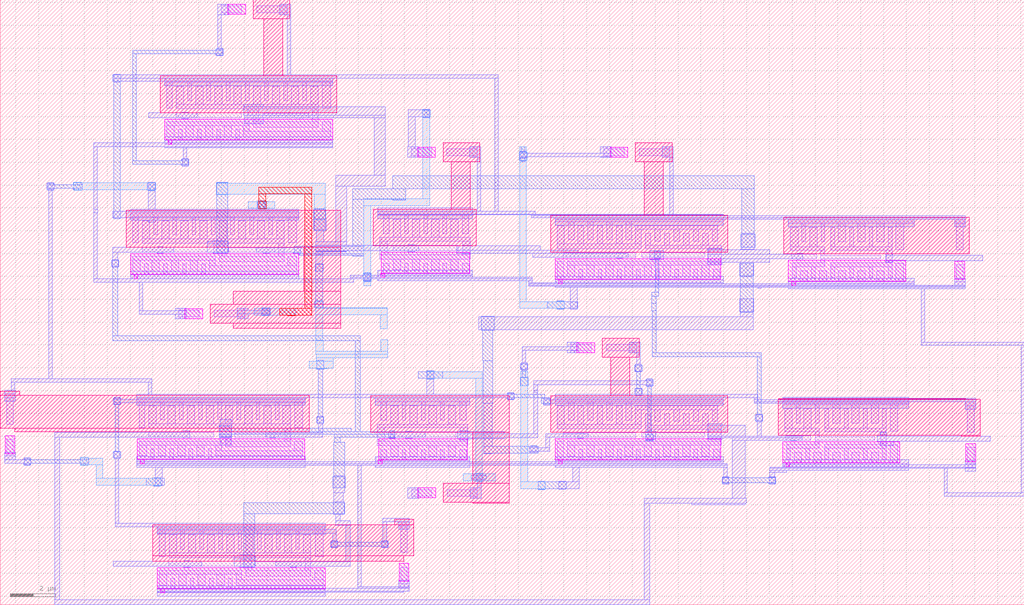
<source format=lef>
VERSION 5.7 ;
  NOWIREEXTENSIONATPIN ON ;
  DIVIDERCHAR "/" ;
  BUSBITCHARS "[]" ;
MACRO layout
  CLASS BLOCK ;
  FOREIGN layout ;
  ORIGIN 19.680 16.380 ;
  SIZE 44.850 BY 26.500 ;
  OBS
      LAYER pwell ;
        RECT -9.730 9.485 -8.945 9.915 ;
      LAYER nwell ;
        RECT -8.615 9.280 -7.010 10.120 ;
        RECT -8.150 6.780 -7.310 9.280 ;
        RECT -12.680 5.175 -4.940 6.780 ;
      LAYER pwell ;
        RECT -12.485 3.975 -5.135 4.885 ;
        RECT -12.340 3.785 -12.170 3.975 ;
        RECT -1.410 3.225 -0.625 3.655 ;
      LAYER nwell ;
        RECT -0.295 3.020 1.310 3.860 ;
      LAYER pwell ;
        RECT 7.020 3.225 7.805 3.655 ;
      LAYER nwell ;
        RECT 8.135 3.020 9.740 3.860 ;
        RECT 0.060 0.950 0.900 3.020 ;
        RECT -14.170 -0.715 -4.780 0.890 ;
        RECT -3.350 -0.655 1.170 0.950 ;
        RECT 8.520 0.670 9.360 3.020 ;
      LAYER pwell ;
        RECT -13.975 -1.915 -6.625 -1.005 ;
        RECT -13.830 -2.105 -13.660 -1.915 ;
      LAYER nwell ;
        RECT -6.385 -2.655 -4.780 -0.715 ;
        RECT 4.430 -0.935 12.170 0.670 ;
      LAYER pwell ;
        RECT -2.990 -1.855 0.880 -0.945 ;
      LAYER nwell ;
        RECT 14.640 -1.005 22.760 0.600 ;
      LAYER pwell ;
        RECT -2.990 -1.875 -2.845 -1.855 ;
        RECT -3.015 -2.045 -2.845 -1.875 ;
        RECT 4.625 -2.135 11.875 -1.225 ;
        RECT 4.765 -2.325 4.935 -2.135 ;
        RECT 14.835 -2.205 19.965 -1.295 ;
        RECT 22.125 -2.120 22.555 -1.335 ;
        RECT 14.980 -2.395 15.150 -2.205 ;
      LAYER nwell ;
        RECT -9.480 -3.210 -4.780 -2.655 ;
      LAYER pwell ;
        RECT -11.600 -3.845 -10.815 -3.415 ;
      LAYER nwell ;
        RECT -10.485 -4.050 -4.780 -3.210 ;
        RECT -9.480 -4.260 -4.780 -4.050 ;
      LAYER pwell ;
        RECT 5.570 -5.335 6.355 -4.905 ;
      LAYER nwell ;
        RECT 6.685 -5.540 8.290 -4.700 ;
        RECT -19.680 -7.210 -18.840 -7.040 ;
        RECT -19.680 -8.645 -6.150 -7.210 ;
        RECT 7.050 -7.220 7.890 -5.540 ;
        RECT -19.060 -8.815 -6.150 -8.645 ;
        RECT -3.460 -8.825 2.610 -7.220 ;
        RECT 4.430 -8.825 12.170 -7.220 ;
        RECT 14.390 -7.390 22.610 -7.350 ;
      LAYER pwell ;
        RECT -19.475 -9.760 -19.045 -8.975 ;
        RECT -13.695 -10.015 -6.345 -9.105 ;
        RECT -13.550 -10.205 -13.380 -10.015 ;
        RECT -3.100 -10.025 0.770 -9.115 ;
        RECT -3.100 -10.045 -2.955 -10.025 ;
        RECT -3.125 -10.215 -2.955 -10.045 ;
      LAYER nwell ;
        RECT 1.005 -11.060 2.610 -8.825 ;
        RECT 14.390 -8.955 23.240 -7.390 ;
        RECT 22.400 -8.995 23.240 -8.955 ;
      LAYER pwell ;
        RECT 4.625 -10.025 11.875 -9.115 ;
        RECT 4.765 -10.215 4.935 -10.025 ;
        RECT 14.585 -10.155 19.715 -9.245 ;
        RECT 22.605 -10.110 23.035 -9.325 ;
        RECT 14.730 -10.345 14.900 -10.155 ;
        RECT -1.400 -11.695 -0.615 -11.265 ;
      LAYER nwell ;
        RECT -0.285 -11.900 2.610 -11.060 ;
        RECT 1.005 -11.930 2.610 -11.900 ;
        RECT -2.420 -12.870 -1.580 -12.640 ;
        RECT -13.000 -14.245 -1.580 -12.870 ;
        RECT -13.000 -14.475 -2.020 -14.245 ;
      LAYER pwell ;
        RECT -12.805 -15.675 -5.455 -14.765 ;
        RECT -2.215 -15.360 -1.785 -14.575 ;
        RECT -12.660 -15.865 -12.490 -15.675 ;
      LAYER li1 ;
        RECT -10.005 9.845 -9.835 9.930 ;
        RECT -7.285 9.845 -7.115 9.930 ;
        RECT -10.005 9.555 -9.110 9.845 ;
        RECT -8.450 9.555 -7.115 9.845 ;
        RECT -10.005 9.470 -9.835 9.555 ;
        RECT -7.285 9.470 -7.115 9.555 ;
        RECT -12.490 6.505 -5.130 6.675 ;
        RECT -12.400 5.365 -12.145 6.505 ;
        RECT -11.975 5.535 -11.645 6.335 ;
        RECT -11.475 5.705 -11.305 6.505 ;
        RECT -11.135 5.535 -10.805 6.335 ;
        RECT -10.635 5.705 -10.465 6.505 ;
        RECT -10.295 5.535 -9.965 6.335 ;
        RECT -9.795 5.705 -9.625 6.505 ;
        RECT -9.455 5.535 -9.125 6.335 ;
        RECT -8.955 5.705 -8.785 6.505 ;
        RECT -8.615 5.535 -8.285 6.335 ;
        RECT -8.115 5.705 -7.945 6.505 ;
        RECT -7.775 5.535 -7.445 6.335 ;
        RECT -7.275 5.705 -7.105 6.505 ;
        RECT -6.935 5.535 -6.605 6.335 ;
        RECT -6.435 5.705 -6.265 6.505 ;
        RECT -6.095 5.535 -5.765 6.335 ;
        RECT -11.975 5.335 -5.765 5.535 ;
        RECT -5.575 5.365 -5.220 6.505 ;
        RECT -11.980 4.945 -9.125 5.165 ;
        RECT -8.850 4.945 -8.370 5.335 ;
        RECT -8.200 4.945 -6.185 5.145 ;
        RECT -8.615 4.775 -8.370 4.945 ;
        RECT -6.015 4.775 -5.765 5.335 ;
        RECT -12.400 4.605 -8.785 4.775 ;
        RECT -12.400 4.125 -12.065 4.605 ;
        RECT -11.895 3.955 -11.725 4.435 ;
        RECT -11.555 4.125 -11.225 4.605 ;
        RECT -11.055 3.955 -10.885 4.435 ;
        RECT -10.715 4.125 -10.385 4.605 ;
        RECT -10.215 3.955 -10.045 4.435 ;
        RECT -9.875 4.125 -9.545 4.605 ;
        RECT -9.375 3.955 -9.205 4.435 ;
        RECT -9.035 4.355 -8.785 4.605 ;
        RECT -8.615 4.525 -5.765 4.775 ;
        RECT -5.595 4.355 -5.220 4.775 ;
        RECT -9.035 4.125 -5.220 4.355 ;
        RECT -12.490 3.785 -5.130 3.955 ;
        RECT -1.685 3.585 -1.515 3.670 ;
        RECT 1.035 3.585 1.205 3.670 ;
        RECT -1.685 3.295 -0.790 3.585 ;
        RECT -0.130 3.295 1.205 3.585 ;
        RECT -1.685 3.210 -1.515 3.295 ;
        RECT 1.035 3.210 1.205 3.295 ;
        RECT 6.745 3.585 6.915 3.670 ;
        RECT 9.465 3.585 9.635 3.670 ;
        RECT 6.745 3.295 7.640 3.585 ;
        RECT 8.300 3.295 9.635 3.585 ;
        RECT 6.745 3.210 6.915 3.295 ;
        RECT 9.465 3.210 9.635 3.295 ;
        RECT -13.980 0.615 -6.620 0.785 ;
        RECT -3.160 0.675 0.980 0.845 ;
        RECT -13.890 -0.525 -13.635 0.615 ;
        RECT -13.465 -0.355 -13.135 0.445 ;
        RECT -12.965 -0.185 -12.795 0.615 ;
        RECT -12.625 -0.355 -12.295 0.445 ;
        RECT -12.125 -0.185 -11.955 0.615 ;
        RECT -11.785 -0.355 -11.455 0.445 ;
        RECT -11.285 -0.185 -11.115 0.615 ;
        RECT -10.945 -0.355 -10.615 0.445 ;
        RECT -10.445 -0.185 -10.275 0.615 ;
        RECT -10.105 -0.355 -9.775 0.445 ;
        RECT -9.605 -0.185 -9.435 0.615 ;
        RECT -9.265 -0.355 -8.935 0.445 ;
        RECT -8.765 -0.185 -8.595 0.615 ;
        RECT -8.425 -0.355 -8.095 0.445 ;
        RECT -7.925 -0.185 -7.755 0.615 ;
        RECT -7.585 -0.355 -7.255 0.445 ;
        RECT -13.465 -0.555 -7.255 -0.355 ;
        RECT -7.065 -0.525 -6.710 0.615 ;
        RECT -2.905 -0.125 -2.650 0.675 ;
        RECT -2.480 -0.295 -2.150 0.505 ;
        RECT -1.980 -0.125 -1.810 0.675 ;
        RECT -1.640 -0.295 -1.310 0.505 ;
        RECT -1.140 -0.125 -0.970 0.675 ;
        RECT -0.800 -0.295 -0.470 0.505 ;
        RECT -0.300 -0.125 -0.130 0.675 ;
        RECT 0.040 -0.295 0.370 0.505 ;
        RECT 0.540 -0.125 0.840 0.675 ;
        RECT 4.620 0.395 11.980 0.565 ;
        RECT -3.075 -0.465 0.895 -0.295 ;
        RECT -13.470 -0.945 -10.615 -0.725 ;
        RECT -10.340 -0.945 -9.860 -0.555 ;
        RECT -9.690 -0.945 -7.675 -0.745 ;
        RECT -10.105 -1.115 -9.860 -0.945 ;
        RECT -7.505 -1.115 -7.255 -0.555 ;
        RECT -3.075 -1.055 -2.730 -0.465 ;
        RECT -2.480 -0.885 0.375 -0.635 ;
        RECT 0.575 -1.055 0.895 -0.465 ;
        RECT 4.710 -0.575 5.025 0.225 ;
        RECT 5.195 -0.405 5.445 0.395 ;
        RECT 5.615 -0.575 5.865 0.225 ;
        RECT 6.035 -0.405 6.285 0.395 ;
        RECT 6.455 -0.575 6.705 0.225 ;
        RECT 6.875 -0.405 7.125 0.395 ;
        RECT 7.295 -0.575 7.545 0.225 ;
        RECT 7.715 -0.405 7.965 0.395 ;
        RECT 14.830 0.325 20.350 0.495 ;
        RECT 22.110 0.325 22.570 0.495 ;
        RECT 8.135 0.055 11.745 0.225 ;
        RECT 8.135 -0.575 8.385 0.055 ;
        RECT 4.710 -0.785 8.385 -0.575 ;
        RECT 8.555 -0.625 8.805 -0.115 ;
        RECT 8.975 -0.455 9.225 0.055 ;
        RECT 9.395 -0.625 9.645 -0.115 ;
        RECT 9.815 -0.455 10.065 0.055 ;
        RECT 10.235 -0.625 10.485 -0.115 ;
        RECT 10.655 -0.455 10.905 0.055 ;
        RECT 11.075 -0.625 11.325 -0.115 ;
        RECT 11.495 -0.455 11.745 0.055 ;
        RECT 8.555 -0.795 11.895 -0.625 ;
        RECT -13.890 -1.285 -10.275 -1.115 ;
        RECT -13.890 -1.765 -13.555 -1.285 ;
        RECT -13.385 -1.935 -13.215 -1.455 ;
        RECT -13.045 -1.765 -12.715 -1.285 ;
        RECT -12.545 -1.935 -12.375 -1.455 ;
        RECT -12.205 -1.765 -11.875 -1.285 ;
        RECT -11.705 -1.935 -11.535 -1.455 ;
        RECT -11.365 -1.765 -11.035 -1.285 ;
        RECT -10.865 -1.935 -10.695 -1.455 ;
        RECT -10.525 -1.535 -10.275 -1.285 ;
        RECT -10.105 -1.365 -7.255 -1.115 ;
        RECT -7.085 -1.535 -6.710 -1.115 ;
        RECT -3.075 -1.245 0.895 -1.055 ;
        RECT 4.980 -1.165 8.150 -0.965 ;
        RECT 8.420 -1.165 11.160 -0.965 ;
        RECT -10.525 -1.765 -6.710 -1.535 ;
        RECT -2.905 -1.875 -2.650 -1.415 ;
        RECT -2.480 -1.705 -2.150 -1.245 ;
        RECT -1.980 -1.875 -1.810 -1.415 ;
        RECT -1.640 -1.705 -1.310 -1.245 ;
        RECT -1.140 -1.875 -0.970 -1.415 ;
        RECT -0.800 -1.705 -0.470 -1.245 ;
        RECT -0.300 -1.875 -0.130 -1.415 ;
        RECT 0.040 -1.705 0.370 -1.245 ;
        RECT 11.330 -1.335 11.895 -0.795 ;
        RECT 14.925 -0.695 15.255 0.155 ;
        RECT 15.425 -0.475 15.595 0.325 ;
        RECT 15.765 -0.695 16.095 0.155 ;
        RECT 16.265 -0.475 16.435 0.325 ;
        RECT 16.685 -0.695 16.855 0.155 ;
        RECT 17.025 -0.475 17.355 0.325 ;
        RECT 17.525 -0.695 17.695 0.155 ;
        RECT 17.865 -0.475 18.195 0.325 ;
        RECT 18.365 -0.695 18.535 0.155 ;
        RECT 18.705 -0.475 19.035 0.325 ;
        RECT 19.205 -0.695 19.375 0.155 ;
        RECT 14.925 -0.865 16.425 -0.695 ;
        RECT 16.685 -0.865 19.375 -0.695 ;
        RECT 19.545 -0.825 19.875 0.325 ;
        RECT 22.195 -0.840 22.485 0.325 ;
        RECT 14.970 -1.235 16.070 -1.035 ;
        RECT 16.250 -1.065 16.425 -0.865 ;
        RECT 16.250 -1.235 18.875 -1.065 ;
        RECT 0.540 -1.875 0.845 -1.415 ;
        RECT -13.980 -2.105 -6.620 -1.935 ;
        RECT -3.160 -2.045 0.980 -1.875 ;
        RECT 4.710 -2.155 4.985 -1.335 ;
        RECT 5.155 -1.515 11.895 -1.335 ;
        RECT 16.250 -1.405 16.425 -1.235 ;
        RECT 19.120 -1.405 19.375 -0.865 ;
        RECT 5.155 -1.985 5.485 -1.515 ;
        RECT 5.655 -2.155 5.825 -1.685 ;
        RECT 5.995 -1.985 6.325 -1.515 ;
        RECT 6.495 -2.155 6.665 -1.685 ;
        RECT 6.835 -1.985 7.165 -1.515 ;
        RECT 7.335 -2.155 7.505 -1.685 ;
        RECT 7.675 -1.985 8.005 -1.515 ;
        RECT 8.175 -2.155 8.345 -1.685 ;
        RECT 8.515 -1.985 8.845 -1.515 ;
        RECT 9.015 -2.155 9.185 -1.685 ;
        RECT 9.355 -1.985 9.685 -1.515 ;
        RECT 9.855 -2.155 10.025 -1.685 ;
        RECT 10.195 -1.985 10.525 -1.515 ;
        RECT 10.695 -2.155 10.865 -1.685 ;
        RECT 11.035 -1.985 11.365 -1.515 ;
        RECT 15.005 -1.575 16.425 -1.405 ;
        RECT 16.685 -1.575 19.375 -1.405 ;
        RECT 11.535 -2.155 11.825 -1.685 ;
        RECT 15.005 -2.055 15.175 -1.575 ;
        RECT 4.620 -2.325 11.980 -2.155 ;
        RECT 15.345 -2.225 15.675 -1.745 ;
        RECT 15.845 -2.050 16.015 -1.575 ;
        RECT 16.185 -2.225 16.515 -1.745 ;
        RECT 16.685 -2.055 16.855 -1.575 ;
        RECT 17.025 -2.225 17.355 -1.745 ;
        RECT 17.525 -2.055 17.695 -1.575 ;
        RECT 17.865 -2.225 18.195 -1.745 ;
        RECT 18.365 -2.055 18.535 -1.575 ;
        RECT 18.705 -2.225 19.035 -1.745 ;
        RECT 19.205 -2.055 19.375 -1.575 ;
        RECT 19.545 -2.225 19.875 -1.425 ;
        RECT 22.195 -2.225 22.485 -1.500 ;
        RECT 14.830 -2.395 20.350 -2.225 ;
        RECT 22.110 -2.395 22.570 -2.225 ;
        RECT -11.875 -3.485 -11.705 -3.400 ;
        RECT -9.155 -3.485 -8.985 -3.400 ;
        RECT -11.875 -3.775 -10.980 -3.485 ;
        RECT -10.320 -3.775 -8.985 -3.485 ;
        RECT -11.875 -3.860 -11.705 -3.775 ;
        RECT -9.155 -3.860 -8.985 -3.775 ;
        RECT 5.295 -4.975 5.465 -4.890 ;
        RECT 8.015 -4.975 8.185 -4.890 ;
        RECT 5.295 -5.265 6.190 -4.975 ;
        RECT 6.850 -5.265 8.185 -4.975 ;
        RECT 5.295 -5.350 5.465 -5.265 ;
        RECT 8.015 -5.350 8.185 -5.265 ;
        RECT -19.490 -7.315 -19.030 -7.145 ;
        RECT -19.405 -8.480 -19.115 -7.315 ;
        RECT -13.700 -7.485 -6.340 -7.315 ;
        RECT -13.610 -8.625 -13.355 -7.485 ;
        RECT -13.185 -8.455 -12.855 -7.655 ;
        RECT -12.685 -8.285 -12.515 -7.485 ;
        RECT -12.345 -8.455 -12.015 -7.655 ;
        RECT -11.845 -8.285 -11.675 -7.485 ;
        RECT -11.505 -8.455 -11.175 -7.655 ;
        RECT -11.005 -8.285 -10.835 -7.485 ;
        RECT -10.665 -8.455 -10.335 -7.655 ;
        RECT -10.165 -8.285 -9.995 -7.485 ;
        RECT -9.825 -8.455 -9.495 -7.655 ;
        RECT -9.325 -8.285 -9.155 -7.485 ;
        RECT -8.985 -8.455 -8.655 -7.655 ;
        RECT -8.485 -8.285 -8.315 -7.485 ;
        RECT -8.145 -8.455 -7.815 -7.655 ;
        RECT -7.645 -8.285 -7.475 -7.485 ;
        RECT -7.305 -8.455 -6.975 -7.655 ;
        RECT -13.185 -8.655 -6.975 -8.455 ;
        RECT -6.785 -8.625 -6.430 -7.485 ;
        RECT -3.270 -7.495 0.870 -7.325 ;
        RECT 4.620 -7.495 11.980 -7.325 ;
        RECT -3.015 -8.295 -2.760 -7.495 ;
        RECT -2.590 -8.465 -2.260 -7.665 ;
        RECT -2.090 -8.295 -1.920 -7.495 ;
        RECT -1.750 -8.465 -1.420 -7.665 ;
        RECT -1.250 -8.295 -1.080 -7.495 ;
        RECT -0.910 -8.465 -0.580 -7.665 ;
        RECT -0.410 -8.295 -0.240 -7.495 ;
        RECT -0.070 -8.465 0.260 -7.665 ;
        RECT 0.430 -8.295 0.730 -7.495 ;
        RECT 4.710 -8.465 5.025 -7.665 ;
        RECT 5.195 -8.295 5.445 -7.495 ;
        RECT 5.615 -8.465 5.865 -7.665 ;
        RECT 6.035 -8.295 6.285 -7.495 ;
        RECT 6.455 -8.465 6.705 -7.665 ;
        RECT 6.875 -8.295 7.125 -7.495 ;
        RECT 7.295 -8.465 7.545 -7.665 ;
        RECT 7.715 -8.295 7.965 -7.495 ;
        RECT 14.580 -7.625 20.100 -7.455 ;
        RECT 8.135 -7.835 11.745 -7.665 ;
        RECT 8.135 -8.465 8.385 -7.835 ;
        RECT -13.190 -9.045 -10.335 -8.825 ;
        RECT -10.060 -9.045 -9.580 -8.655 ;
        RECT -9.410 -9.045 -7.395 -8.845 ;
        RECT -19.405 -9.865 -19.115 -9.140 ;
        RECT -9.825 -9.215 -9.580 -9.045 ;
        RECT -7.225 -9.215 -6.975 -8.655 ;
        RECT -3.185 -8.635 0.785 -8.465 ;
        RECT -13.610 -9.385 -9.995 -9.215 ;
        RECT -13.610 -9.865 -13.275 -9.385 ;
        RECT -19.490 -10.035 -19.030 -9.865 ;
        RECT -13.105 -10.035 -12.935 -9.555 ;
        RECT -12.765 -9.865 -12.435 -9.385 ;
        RECT -12.265 -10.035 -12.095 -9.555 ;
        RECT -11.925 -9.865 -11.595 -9.385 ;
        RECT -11.425 -10.035 -11.255 -9.555 ;
        RECT -11.085 -9.865 -10.755 -9.385 ;
        RECT -10.585 -10.035 -10.415 -9.555 ;
        RECT -10.245 -9.635 -9.995 -9.385 ;
        RECT -9.825 -9.465 -6.975 -9.215 ;
        RECT -6.805 -9.635 -6.430 -9.215 ;
        RECT -3.185 -9.225 -2.840 -8.635 ;
        RECT -2.590 -9.055 0.265 -8.805 ;
        RECT 0.465 -9.225 0.785 -8.635 ;
        RECT 4.710 -8.675 8.385 -8.465 ;
        RECT 8.555 -8.515 8.805 -8.005 ;
        RECT 8.975 -8.345 9.225 -7.835 ;
        RECT 9.395 -8.515 9.645 -8.005 ;
        RECT 9.815 -8.345 10.065 -7.835 ;
        RECT 10.235 -8.515 10.485 -8.005 ;
        RECT 10.655 -8.345 10.905 -7.835 ;
        RECT 11.075 -8.515 11.325 -8.005 ;
        RECT 11.495 -8.345 11.745 -7.835 ;
        RECT 8.555 -8.685 11.895 -8.515 ;
        RECT 4.980 -9.055 8.150 -8.855 ;
        RECT 8.420 -9.055 11.160 -8.855 ;
        RECT 11.330 -9.225 11.895 -8.685 ;
        RECT 14.675 -8.645 15.005 -7.795 ;
        RECT 15.175 -8.425 15.345 -7.625 ;
        RECT 15.515 -8.645 15.845 -7.795 ;
        RECT 16.015 -8.425 16.185 -7.625 ;
        RECT 16.435 -8.645 16.605 -7.795 ;
        RECT 16.775 -8.425 17.105 -7.625 ;
        RECT 17.275 -8.645 17.445 -7.795 ;
        RECT 17.615 -8.425 17.945 -7.625 ;
        RECT 18.115 -8.645 18.285 -7.795 ;
        RECT 18.455 -8.425 18.785 -7.625 ;
        RECT 18.955 -8.645 19.125 -7.795 ;
        RECT 14.675 -8.815 16.175 -8.645 ;
        RECT 16.435 -8.815 19.125 -8.645 ;
        RECT 19.295 -8.775 19.625 -7.625 ;
        RECT 22.590 -7.665 23.050 -7.495 ;
        RECT 14.720 -9.185 15.820 -8.985 ;
        RECT 16.000 -9.015 16.175 -8.815 ;
        RECT 16.000 -9.185 18.625 -9.015 ;
        RECT -3.185 -9.415 0.785 -9.225 ;
        RECT -10.245 -9.865 -6.430 -9.635 ;
        RECT -13.700 -10.205 -6.340 -10.035 ;
        RECT -3.015 -10.045 -2.760 -9.585 ;
        RECT -2.590 -9.875 -2.260 -9.415 ;
        RECT -2.090 -10.045 -1.920 -9.585 ;
        RECT -1.750 -9.875 -1.420 -9.415 ;
        RECT -1.250 -10.045 -1.080 -9.585 ;
        RECT -0.910 -9.875 -0.580 -9.415 ;
        RECT -0.410 -10.045 -0.240 -9.585 ;
        RECT -0.070 -9.875 0.260 -9.415 ;
        RECT 0.430 -10.045 0.735 -9.585 ;
        RECT 4.710 -10.045 4.985 -9.225 ;
        RECT 5.155 -9.405 11.895 -9.225 ;
        RECT 16.000 -9.355 16.175 -9.185 ;
        RECT 18.870 -9.355 19.125 -8.815 ;
        RECT 22.675 -8.830 22.965 -7.665 ;
        RECT 5.155 -9.875 5.485 -9.405 ;
        RECT 5.655 -10.045 5.825 -9.575 ;
        RECT 5.995 -9.875 6.325 -9.405 ;
        RECT 6.495 -10.045 6.665 -9.575 ;
        RECT 6.835 -9.875 7.165 -9.405 ;
        RECT 7.335 -10.045 7.505 -9.575 ;
        RECT 7.675 -9.875 8.005 -9.405 ;
        RECT 8.175 -10.045 8.345 -9.575 ;
        RECT 8.515 -9.875 8.845 -9.405 ;
        RECT 9.015 -10.045 9.185 -9.575 ;
        RECT 9.355 -9.875 9.685 -9.405 ;
        RECT 9.855 -10.045 10.025 -9.575 ;
        RECT 10.195 -9.875 10.525 -9.405 ;
        RECT 10.695 -10.045 10.865 -9.575 ;
        RECT 11.035 -9.875 11.365 -9.405 ;
        RECT 14.755 -9.525 16.175 -9.355 ;
        RECT 16.435 -9.525 19.125 -9.355 ;
        RECT 11.535 -10.045 11.825 -9.575 ;
        RECT 14.755 -10.005 14.925 -9.525 ;
        RECT -3.270 -10.215 0.870 -10.045 ;
        RECT 4.620 -10.215 11.980 -10.045 ;
        RECT 15.095 -10.175 15.425 -9.695 ;
        RECT 15.595 -10.000 15.765 -9.525 ;
        RECT 15.935 -10.175 16.265 -9.695 ;
        RECT 16.435 -10.005 16.605 -9.525 ;
        RECT 16.775 -10.175 17.105 -9.695 ;
        RECT 17.275 -10.005 17.445 -9.525 ;
        RECT 17.615 -10.175 17.945 -9.695 ;
        RECT 18.115 -10.005 18.285 -9.525 ;
        RECT 18.455 -10.175 18.785 -9.695 ;
        RECT 18.955 -10.005 19.125 -9.525 ;
        RECT 19.295 -10.175 19.625 -9.375 ;
        RECT 14.580 -10.345 20.100 -10.175 ;
        RECT 22.675 -10.215 22.965 -9.490 ;
        RECT 22.590 -10.385 23.050 -10.215 ;
        RECT -1.675 -11.335 -1.505 -11.250 ;
        RECT 1.045 -11.335 1.215 -11.250 ;
        RECT -1.675 -11.625 -0.780 -11.335 ;
        RECT -0.120 -11.625 1.215 -11.335 ;
        RECT -1.675 -11.710 -1.505 -11.625 ;
        RECT 1.045 -11.710 1.215 -11.625 ;
        RECT -2.230 -12.915 -1.770 -12.745 ;
        RECT -12.810 -13.145 -5.450 -12.975 ;
        RECT -12.720 -14.285 -12.465 -13.145 ;
        RECT -12.295 -14.115 -11.965 -13.315 ;
        RECT -11.795 -13.945 -11.625 -13.145 ;
        RECT -11.455 -14.115 -11.125 -13.315 ;
        RECT -10.955 -13.945 -10.785 -13.145 ;
        RECT -10.615 -14.115 -10.285 -13.315 ;
        RECT -10.115 -13.945 -9.945 -13.145 ;
        RECT -9.775 -14.115 -9.445 -13.315 ;
        RECT -9.275 -13.945 -9.105 -13.145 ;
        RECT -8.935 -14.115 -8.605 -13.315 ;
        RECT -8.435 -13.945 -8.265 -13.145 ;
        RECT -8.095 -14.115 -7.765 -13.315 ;
        RECT -7.595 -13.945 -7.425 -13.145 ;
        RECT -7.255 -14.115 -6.925 -13.315 ;
        RECT -6.755 -13.945 -6.585 -13.145 ;
        RECT -6.415 -14.115 -6.085 -13.315 ;
        RECT -12.295 -14.315 -6.085 -14.115 ;
        RECT -5.895 -14.285 -5.540 -13.145 ;
        RECT -2.145 -14.080 -1.855 -12.915 ;
        RECT -12.300 -14.705 -9.445 -14.485 ;
        RECT -9.170 -14.705 -8.690 -14.315 ;
        RECT -8.520 -14.705 -6.505 -14.505 ;
        RECT -8.935 -14.875 -8.690 -14.705 ;
        RECT -6.335 -14.875 -6.085 -14.315 ;
        RECT -12.720 -15.045 -9.105 -14.875 ;
        RECT -12.720 -15.525 -12.385 -15.045 ;
        RECT -12.215 -15.695 -12.045 -15.215 ;
        RECT -11.875 -15.525 -11.545 -15.045 ;
        RECT -11.375 -15.695 -11.205 -15.215 ;
        RECT -11.035 -15.525 -10.705 -15.045 ;
        RECT -10.535 -15.695 -10.365 -15.215 ;
        RECT -10.195 -15.525 -9.865 -15.045 ;
        RECT -9.695 -15.695 -9.525 -15.215 ;
        RECT -9.355 -15.295 -9.105 -15.045 ;
        RECT -8.935 -15.125 -6.085 -14.875 ;
        RECT -5.915 -15.295 -5.540 -14.875 ;
        RECT -9.355 -15.525 -5.540 -15.295 ;
        RECT -2.145 -15.465 -1.855 -14.740 ;
        RECT -2.230 -15.635 -1.770 -15.465 ;
        RECT -12.810 -15.865 -5.450 -15.695 ;
      LAYER met1 ;
        RECT -10.160 9.470 -9.680 9.930 ;
        RECT -7.440 9.470 -6.960 9.930 ;
        RECT -10.160 7.955 -10.005 9.470 ;
        RECT -10.240 7.695 -9.920 7.955 ;
        RECT -14.725 6.830 -14.435 6.860 ;
        RECT -7.115 6.830 -6.960 9.470 ;
        RECT -14.725 6.675 2.125 6.830 ;
        RECT -14.725 6.540 -5.130 6.675 ;
        RECT -14.725 6.510 -14.435 6.540 ;
        RECT -12.490 6.350 -5.130 6.540 ;
        RECT -9.020 5.430 -8.170 5.530 ;
        RECT -11.730 5.165 -11.450 5.195 ;
        RECT -13.180 4.945 -11.060 5.165 ;
        RECT -9.020 5.050 -2.830 5.430 ;
        RECT -1.180 5.290 -0.880 5.320 ;
        RECT -9.010 4.950 -2.830 5.050 ;
        RECT -8.970 4.945 -2.830 4.950 ;
        RECT -11.730 4.915 -11.450 4.945 ;
        RECT -8.970 4.690 -8.170 4.945 ;
        RECT -6.700 4.885 -6.440 4.945 ;
        RECT -12.490 3.845 -5.130 4.110 ;
        RECT -15.585 3.690 -5.130 3.845 ;
        RECT -17.645 1.810 -17.325 2.070 ;
        RECT -17.565 -6.485 -17.410 1.810 ;
        RECT -15.585 0.940 -15.430 3.690 ;
        RECT -12.490 3.630 -5.130 3.690 ;
        RECT -11.665 3.155 -11.510 3.630 ;
        RECT -11.720 2.835 -11.460 3.155 ;
        RECT -3.310 2.440 -2.830 4.945 ;
        RECT -1.820 4.990 -0.880 5.290 ;
        RECT -1.820 3.670 -1.520 4.990 ;
        RECT -1.180 4.960 -0.880 4.990 ;
        RECT -1.840 3.210 -1.360 3.670 ;
        RECT 0.880 3.210 1.360 3.670 ;
        RECT -13.210 0.940 -12.910 2.125 ;
        RECT -5.000 1.960 -2.830 2.440 ;
        RECT -8.400 0.940 -8.100 1.310 ;
        RECT -15.590 0.785 -15.420 0.940 ;
        RECT -13.980 0.855 -6.620 0.940 ;
        RECT -15.585 -2.105 -15.430 0.785 ;
        RECT -14.755 0.565 -6.620 0.855 ;
        RECT -13.980 0.460 -6.620 0.565 ;
        RECT -13.210 0.370 -12.910 0.460 ;
        RECT -5.960 0.040 -5.420 0.520 ;
        RECT -10.370 -0.465 -9.830 -0.435 ;
        RECT -12.820 -0.725 -12.540 -0.695 ;
        RECT -14.760 -0.945 -12.090 -0.725 ;
        RECT -10.630 -0.945 -9.700 -0.465 ;
        RECT -5.855 -0.485 -5.520 0.040 ;
        RECT -5.000 -0.485 -4.520 1.960 ;
        RECT -3.160 0.850 0.980 1.000 ;
        RECT 1.205 0.850 1.360 3.210 ;
        RECT 1.970 0.850 2.125 6.675 ;
        RECT 3.075 3.400 3.335 3.485 ;
        RECT 6.590 3.400 7.070 3.670 ;
        RECT 3.075 3.245 7.070 3.400 ;
        RECT 3.075 3.165 3.335 3.245 ;
        RECT 6.590 3.210 7.070 3.245 ;
        RECT 9.310 3.210 9.790 3.670 ;
        RECT -3.160 0.720 3.735 0.850 ;
        RECT 9.635 0.720 9.790 3.210 ;
        RECT -3.160 0.695 11.980 0.720 ;
        RECT -3.160 0.520 0.980 0.695 ;
        RECT 3.580 0.650 11.980 0.695 ;
        RECT 3.580 0.565 22.570 0.650 ;
        RECT 3.580 0.560 3.735 0.565 ;
        RECT 4.620 0.495 22.570 0.565 ;
        RECT 4.620 0.240 11.980 0.495 ;
        RECT 14.830 0.170 20.350 0.495 ;
        RECT 22.110 0.170 22.570 0.495 ;
        RECT -5.860 -0.635 -4.520 -0.485 ;
        RECT -1.840 -0.635 -1.530 -0.605 ;
        RECT -8.170 -0.745 -7.910 -0.715 ;
        RECT -6.850 -0.745 -6.530 -0.715 ;
        RECT -8.470 -0.945 -6.530 -0.745 ;
        RECT -14.760 -1.270 -14.540 -0.945 ;
        RECT -12.820 -0.975 -12.540 -0.945 ;
        RECT -10.370 -0.975 -9.830 -0.945 ;
        RECT -8.170 -0.975 -7.910 -0.945 ;
        RECT -6.850 -0.975 -6.530 -0.945 ;
        RECT -5.860 -0.885 -1.355 -0.635 ;
        RECT 0.545 -0.660 0.925 -0.630 ;
        RECT 0.300 -0.850 3.970 -0.660 ;
        RECT 11.300 -0.825 11.925 -0.765 ;
        RECT 12.780 -0.820 13.345 -0.120 ;
        RECT 12.730 -0.825 13.345 -0.820 ;
        RECT -5.860 -0.890 -4.520 -0.885 ;
        RECT -5.860 -0.925 -4.530 -0.890 ;
        RECT -1.840 -0.915 -1.530 -0.885 ;
        RECT -5.860 -1.050 -5.570 -0.925 ;
        RECT 0.300 -0.980 5.630 -0.850 ;
        RECT 0.545 -1.010 0.925 -0.980 ;
        RECT 3.640 -0.995 5.630 -0.980 ;
        RECT 7.315 -0.995 7.545 -0.965 ;
        RECT -14.780 -1.590 -14.520 -1.270 ;
        RECT -5.870 -1.470 -5.570 -1.050 ;
        RECT 3.640 -1.165 7.815 -0.995 ;
        RECT 3.640 -1.170 5.630 -1.165 ;
        RECT 7.315 -1.195 7.545 -1.165 ;
        RECT 8.755 -1.255 9.365 -0.885 ;
        RECT 11.300 -1.035 14.020 -0.825 ;
        RECT 15.215 -1.035 15.465 -0.975 ;
        RECT 11.300 -1.225 15.465 -1.035 ;
        RECT 8.755 -1.265 9.145 -1.255 ;
        RECT 11.300 -1.390 14.020 -1.225 ;
        RECT 15.215 -1.285 15.465 -1.225 ;
        RECT 19.090 -1.070 19.405 -1.010 ;
        RECT 19.090 -1.325 23.355 -1.070 ;
        RECT 19.090 -1.390 19.405 -1.325 ;
        RECT 11.300 -1.460 11.925 -1.390 ;
        RECT -5.900 -1.770 -5.540 -1.470 ;
        RECT -13.980 -2.105 -6.620 -1.780 ;
        RECT -3.750 -1.955 -3.490 -1.870 ;
        RECT -3.160 -1.955 0.980 -1.720 ;
        RECT -4.355 -2.045 0.980 -1.955 ;
        RECT -4.355 -2.105 3.615 -2.045 ;
        RECT -15.585 -2.255 -4.205 -2.105 ;
        RECT -3.750 -2.190 -3.490 -2.105 ;
        RECT -3.160 -2.200 3.615 -2.105 ;
        RECT -15.585 -2.260 -6.620 -2.255 ;
        RECT -13.595 -3.510 -13.440 -2.260 ;
        RECT 3.460 -2.280 3.615 -2.200 ;
        RECT 4.620 -2.280 11.980 -2.000 ;
        RECT 12.730 -2.010 13.295 -1.390 ;
        RECT 3.460 -2.325 11.980 -2.280 ;
        RECT 13.495 -2.325 13.650 -2.320 ;
        RECT 14.830 -2.325 20.350 -2.070 ;
        RECT 3.460 -2.395 20.350 -2.325 ;
        RECT 22.110 -2.395 22.570 -2.070 ;
        RECT 3.460 -2.435 22.570 -2.395 ;
        RECT 4.620 -2.480 22.570 -2.435 ;
        RECT -12.030 -3.510 -11.550 -3.400 ;
        RECT -13.595 -3.665 -11.550 -3.510 ;
        RECT -12.030 -3.860 -11.550 -3.665 ;
        RECT -9.310 -3.475 -8.830 -3.400 ;
        RECT -8.210 -3.475 -7.890 -3.420 ;
        RECT 5.280 -3.430 5.580 -2.480 ;
        RECT 13.495 -2.510 13.650 -2.480 ;
        RECT 14.830 -2.550 22.570 -2.480 ;
        RECT -9.310 -3.630 -7.890 -3.475 ;
        RECT 12.700 -3.540 13.325 -2.975 ;
        RECT -9.310 -3.860 -8.830 -3.630 ;
        RECT -8.210 -3.680 -7.890 -3.630 ;
        RECT 12.730 -3.765 13.295 -3.540 ;
        RECT 1.270 -4.330 13.295 -3.765 ;
        RECT 20.650 -4.880 20.795 -2.550 ;
        RECT 5.140 -5.090 5.620 -4.890 ;
        RECT 3.175 -5.245 5.620 -5.090 ;
        RECT 3.175 -5.785 3.330 -5.245 ;
        RECT 5.140 -5.350 5.620 -5.245 ;
        RECT 7.860 -5.350 8.340 -4.890 ;
        RECT 20.650 -5.025 25.170 -4.880 ;
        RECT 3.125 -6.105 3.385 -5.785 ;
        RECT 8.185 -5.855 8.340 -5.350 ;
        RECT -19.205 -6.640 -13.055 -6.485 ;
        RECT -19.205 -6.990 -19.050 -6.640 ;
        RECT -19.490 -7.470 -19.030 -6.990 ;
        RECT -13.210 -7.160 -13.055 -6.640 ;
        RECT -13.700 -7.170 -3.035 -7.160 ;
        RECT -1.000 -7.170 -0.700 -6.140 ;
        RECT 8.135 -6.175 8.395 -5.855 ;
        RECT 8.590 -6.565 8.910 -6.520 ;
        RECT 3.675 -6.735 8.910 -6.565 ;
        RECT 3.675 -6.990 3.845 -6.735 ;
        RECT 8.590 -6.780 8.910 -6.735 ;
        RECT 3.675 -7.075 3.855 -6.990 ;
        RECT 2.510 -7.170 2.830 -7.115 ;
        RECT -13.700 -7.315 2.830 -7.170 ;
        RECT -14.730 -7.380 -14.410 -7.330 ;
        RECT -13.700 -7.380 -6.340 -7.315 ;
        RECT -14.730 -7.535 -6.340 -7.380 ;
        RECT -14.730 -7.590 -14.410 -7.535 ;
        RECT -13.700 -7.640 -6.340 -7.535 ;
        RECT -3.270 -7.325 2.830 -7.315 ;
        RECT -3.270 -7.650 0.870 -7.325 ;
        RECT 2.510 -7.375 2.830 -7.325 ;
        RECT -10.060 -8.535 -9.580 -8.260 ;
        RECT -5.800 -8.450 -5.540 -8.130 ;
        RECT -11.675 -8.825 -11.395 -8.765 ;
        RECT -17.300 -9.045 -11.395 -8.825 ;
        RECT -19.490 -10.035 -19.030 -9.710 ;
        RECT -18.670 -10.035 -18.350 -9.980 ;
        RECT -19.490 -10.190 -18.350 -10.035 ;
        RECT -18.670 -10.240 -18.350 -10.190 ;
        RECT -17.300 -16.160 -17.080 -9.045 ;
        RECT -11.675 -9.105 -11.395 -9.045 ;
        RECT -10.090 -9.075 -9.550 -8.535 ;
        RECT -7.880 -8.845 -7.620 -8.815 ;
        RECT -5.770 -8.845 -5.570 -8.450 ;
        RECT -8.060 -9.045 -5.570 -8.845 ;
        RECT -2.690 -8.805 -2.370 -8.800 ;
        RECT -1.950 -8.805 -1.640 -8.775 ;
        RECT 0.435 -8.800 0.815 -8.770 ;
        RECT -7.880 -9.075 -7.620 -9.045 ;
        RECT -2.690 -9.055 -1.075 -8.805 ;
        RECT 0.320 -8.895 2.380 -8.800 ;
        RECT 3.685 -8.895 3.855 -7.075 ;
        RECT 8.110 -7.170 8.430 -6.925 ;
        RECT 4.120 -7.395 4.380 -7.315 ;
        RECT 4.620 -7.325 13.495 -7.170 ;
        RECT 4.620 -7.395 11.980 -7.325 ;
        RECT 4.120 -7.550 11.980 -7.395 ;
        RECT 4.120 -7.635 4.380 -7.550 ;
        RECT 4.620 -7.650 11.980 -7.550 ;
        RECT 13.340 -7.410 13.495 -7.325 ;
        RECT 14.580 -7.340 20.100 -7.300 ;
        RECT 14.580 -7.410 23.050 -7.340 ;
        RECT 13.340 -7.495 23.050 -7.410 ;
        RECT 13.340 -7.565 20.100 -7.495 ;
        RECT 14.580 -7.780 20.100 -7.565 ;
        RECT 22.590 -7.820 23.050 -7.495 ;
        RECT 13.420 -8.360 13.680 -8.040 ;
        RECT 11.300 -8.510 11.925 -8.455 ;
        RECT 8.680 -8.775 8.850 -8.745 ;
        RECT 5.615 -8.885 5.845 -8.855 ;
        RECT -2.690 -9.060 -2.370 -9.055 ;
        RECT -10.060 -9.390 -9.580 -9.075 ;
        RECT -1.950 -9.085 -1.640 -9.055 ;
        RECT 0.320 -9.065 3.855 -8.895 ;
        RECT 4.215 -9.055 6.075 -8.885 ;
        RECT 0.320 -9.120 2.380 -9.065 ;
        RECT 0.435 -9.150 0.815 -9.120 ;
        RECT 3.510 -9.495 3.830 -9.450 ;
        RECT 4.215 -9.495 4.385 -9.055 ;
        RECT 5.615 -9.085 5.845 -9.055 ;
        RECT 8.585 -9.125 9.025 -8.775 ;
        RECT 11.300 -9.005 12.940 -8.510 ;
        RECT 13.465 -9.005 13.635 -8.360 ;
        RECT 18.855 -8.930 19.110 -8.835 ;
        RECT 18.840 -8.960 19.155 -8.930 ;
        RECT 14.940 -9.005 15.170 -8.975 ;
        RECT 18.735 -8.995 20.105 -8.960 ;
        RECT 11.300 -9.075 15.445 -9.005 ;
        RECT 8.585 -9.145 8.925 -9.125 ;
        RECT 11.300 -9.140 11.925 -9.075 ;
        RECT 8.620 -9.220 8.880 -9.145 ;
        RECT 12.375 -9.175 15.445 -9.075 ;
        RECT -14.705 -9.980 -14.445 -9.660 ;
        RECT 3.510 -9.665 4.385 -9.495 ;
        RECT 3.510 -9.710 3.830 -9.665 ;
        RECT -14.655 -12.820 -14.500 -9.980 ;
        RECT -13.700 -10.120 -6.340 -9.880 ;
        RECT -4.025 -10.120 -3.870 -10.115 ;
        RECT -3.270 -10.120 0.870 -9.890 ;
        RECT 4.620 -10.120 11.980 -9.890 ;
        RECT -13.700 -10.215 11.980 -10.120 ;
        RECT -13.700 -10.275 12.165 -10.215 ;
        RECT -13.700 -10.360 -6.340 -10.275 ;
        RECT -12.890 -11.180 -12.590 -10.360 ;
        RECT -5.090 -11.480 -4.610 -10.740 ;
        RECT -5.075 -11.880 -4.665 -11.480 ;
        RECT -5.110 -12.420 -4.630 -11.880 ;
        RECT -5.000 -12.710 -4.800 -12.420 ;
        RECT -14.655 -12.975 -5.450 -12.820 ;
        RECT -5.000 -12.910 -4.350 -12.710 ;
        RECT -12.810 -13.085 -5.450 -12.975 ;
        RECT -12.810 -13.240 -4.975 -13.085 ;
        RECT -12.810 -13.300 -5.450 -13.240 ;
        RECT -5.130 -13.600 -4.975 -13.240 ;
        RECT -5.215 -13.860 -4.895 -13.600 ;
        RECT -9.200 -14.225 -8.660 -14.195 ;
        RECT -11.655 -14.485 -11.375 -14.455 ;
        RECT -14.750 -14.705 -10.860 -14.485 ;
        RECT -9.450 -14.705 -8.510 -14.225 ;
        RECT -6.985 -14.505 -6.725 -14.475 ;
        RECT -4.550 -14.505 -4.350 -12.910 ;
        RECT -7.620 -14.705 -4.350 -14.505 ;
        RECT -11.655 -14.735 -11.375 -14.705 ;
        RECT -9.200 -14.735 -8.660 -14.705 ;
        RECT -6.985 -14.735 -6.725 -14.705 ;
        RECT -12.810 -15.670 -5.450 -15.540 ;
        RECT -4.025 -15.595 -3.870 -10.275 ;
        RECT -3.270 -10.370 0.870 -10.275 ;
        RECT 4.620 -10.370 12.165 -10.275 ;
        RECT 1.165 -10.960 1.425 -10.640 ;
        RECT 1.215 -11.250 1.370 -10.960 ;
        RECT -1.830 -11.710 -1.350 -11.250 ;
        RECT 0.890 -11.710 1.370 -11.250 ;
        RECT 4.780 -11.000 5.080 -10.970 ;
        RECT 5.380 -11.000 5.680 -10.370 ;
        RECT 12.010 -10.775 12.165 -10.370 ;
        RECT 4.780 -11.300 5.680 -11.000 ;
        RECT 11.960 -11.095 12.220 -10.775 ;
        RECT 4.780 -11.330 5.080 -11.300 ;
        RECT 12.375 -11.720 12.940 -9.175 ;
        RECT 14.940 -9.205 15.170 -9.175 ;
        RECT 18.735 -9.215 23.665 -8.995 ;
        RECT 18.840 -9.225 23.665 -9.215 ;
        RECT 18.840 -9.250 19.425 -9.225 ;
        RECT 18.855 -9.415 19.425 -9.250 ;
        RECT 14.580 -10.260 20.100 -10.020 ;
        RECT 21.650 -10.260 21.795 -10.255 ;
        RECT 22.590 -10.260 23.050 -10.060 ;
        RECT 14.580 -10.360 23.050 -10.260 ;
        RECT 14.010 -10.405 23.050 -10.360 ;
        RECT 14.010 -10.500 20.100 -10.405 ;
        RECT 14.010 -10.580 14.770 -10.500 ;
        RECT 14.010 -10.775 14.230 -10.580 ;
        RECT 13.990 -11.095 14.250 -10.775 ;
        RECT 21.650 -11.475 21.795 -10.405 ;
        RECT 22.590 -10.540 23.050 -10.405 ;
        RECT 25.025 -11.475 25.170 -5.025 ;
        RECT 21.650 -11.620 25.170 -11.475 ;
        RECT 8.530 -11.940 12.990 -11.720 ;
        RECT -2.925 -12.745 -1.770 -12.590 ;
        RECT -2.925 -13.575 -2.770 -12.745 ;
        RECT -2.230 -13.070 -1.770 -12.745 ;
        RECT -2.975 -13.895 -2.715 -13.575 ;
        RECT -2.230 -15.595 -1.770 -15.310 ;
        RECT -4.025 -15.670 -1.770 -15.595 ;
        RECT -12.810 -15.790 -1.770 -15.670 ;
        RECT -12.810 -15.825 -2.015 -15.790 ;
        RECT -12.810 -16.020 -5.450 -15.825 ;
        RECT 8.530 -16.160 8.750 -11.940 ;
        RECT 10.590 -12.000 12.940 -11.940 ;
        RECT -17.300 -16.380 8.750 -16.160 ;
      LAYER met2 ;
        RECT -10.210 7.905 -9.950 7.985 ;
        RECT -13.885 7.750 -9.950 7.905 ;
        RECT -14.755 6.540 -14.405 6.830 ;
        RECT -17.615 2.020 -17.355 2.100 ;
        RECT -16.495 2.020 -16.105 2.095 ;
        RECT -17.615 1.865 -16.105 2.020 ;
        RECT -17.615 1.780 -17.355 1.865 ;
        RECT -16.495 1.795 -16.105 1.865 ;
        RECT -14.725 0.535 -14.435 6.540 ;
        RECT -13.885 3.070 -13.730 7.750 ;
        RECT -10.210 7.665 -9.950 7.750 ;
        RECT -1.210 5.280 -0.850 5.290 ;
        RECT -1.215 5.000 -0.845 5.280 ;
        RECT -1.210 4.990 -0.850 5.000 ;
        RECT 3.130 3.455 3.285 3.685 ;
        RECT 3.045 3.195 3.365 3.455 ;
        RECT -11.750 3.070 -11.430 3.125 ;
        RECT -13.885 2.915 -11.430 3.070 ;
        RECT 3.060 3.060 3.360 3.195 ;
        RECT 3.130 3.015 3.285 3.060 ;
        RECT -11.750 2.865 -11.430 2.915 ;
        RECT -13.200 2.095 -12.920 2.130 ;
        RECT -13.240 1.795 -12.880 2.095 ;
        RECT -13.200 1.760 -12.920 1.795 ;
        RECT -10.210 -0.975 -9.730 2.125 ;
        RECT -2.500 1.850 13.345 2.400 ;
        RECT -4.250 1.835 13.345 1.850 ;
        RECT -4.250 1.370 -1.935 1.835 ;
        RECT -8.390 1.280 -8.110 1.315 ;
        RECT -8.430 0.980 -8.070 1.280 ;
        RECT -8.390 0.945 -8.110 0.980 ;
        RECT -5.930 0.945 -5.450 0.970 ;
        RECT -5.950 0.515 -5.430 0.945 ;
        RECT -5.930 0.010 -5.450 0.515 ;
        RECT -4.250 -0.670 -3.770 1.370 ;
        RECT -2.500 1.330 -1.935 1.370 ;
        RECT 12.780 -0.150 13.345 1.835 ;
        RECT -6.600 -0.685 -3.770 -0.670 ;
        RECT -6.820 -1.005 -3.770 -0.685 ;
        RECT 12.750 -0.715 13.375 -0.150 ;
        RECT -6.600 -1.070 -3.770 -1.005 ;
        RECT -4.250 -1.110 -3.770 -1.070 ;
        RECT 8.950 -1.210 9.210 -0.890 ;
        RECT -14.810 -1.560 -14.490 -1.300 ;
        RECT -14.760 -4.600 -14.540 -1.560 ;
        RECT -5.870 -3.090 -5.570 -1.440 ;
        RECT -3.770 -1.900 -3.470 -1.835 ;
        RECT -3.780 -2.160 -3.460 -1.900 ;
        RECT -3.770 -2.225 -3.470 -2.160 ;
        RECT 8.995 -2.685 9.165 -1.210 ;
        RECT 12.700 -1.980 13.325 -1.415 ;
        RECT 8.850 -2.865 9.165 -2.685 ;
        RECT -5.905 -3.370 -5.535 -3.090 ;
        RECT 4.710 -3.100 4.990 -3.065 ;
        RECT -5.870 -3.380 -5.570 -3.370 ;
        RECT -8.180 -3.400 -7.920 -3.390 ;
        RECT 4.270 -3.400 5.610 -3.100 ;
        RECT 8.850 -3.185 9.035 -2.865 ;
        RECT -8.245 -3.700 -7.855 -3.400 ;
        RECT 4.710 -3.435 4.990 -3.400 ;
        RECT 8.850 -3.500 9.040 -3.185 ;
        RECT -8.180 -3.710 -7.920 -3.700 ;
        RECT 1.390 -4.360 1.955 -3.735 ;
        RECT -14.760 -4.820 -3.930 -4.600 ;
        RECT -5.820 -6.065 -5.520 -5.675 ;
        RECT -14.700 -7.620 -14.440 -7.300 ;
        RECT -14.650 -9.690 -14.495 -7.620 ;
        RECT -5.770 -8.160 -5.570 -6.065 ;
        RECT -5.830 -8.420 -5.510 -8.160 ;
        RECT -10.090 -8.660 -9.550 -8.550 ;
        RECT -10.090 -8.805 -4.310 -8.660 ;
        RECT -4.150 -8.805 -3.930 -4.820 ;
        RECT 1.455 -5.695 1.890 -4.360 ;
        RECT 8.865 -5.345 9.040 -3.500 ;
        RECT 12.730 -3.570 13.295 -1.980 ;
        RECT 8.865 -5.515 13.635 -5.345 ;
        RECT -0.970 -6.170 -0.690 -6.135 ;
        RECT -1.390 -6.470 -0.310 -6.170 ;
        RECT -0.970 -6.505 -0.690 -6.470 ;
        RECT 1.465 -7.565 1.875 -5.695 ;
        RECT 3.095 -6.075 3.415 -5.815 ;
        RECT 3.180 -6.410 3.335 -6.075 ;
        RECT 8.105 -6.145 8.425 -5.885 ;
        RECT 3.110 -6.800 3.410 -6.410 ;
        RECT 8.190 -6.895 8.345 -6.145 ;
        RECT 8.620 -6.810 8.880 -6.490 ;
        RECT 2.540 -7.165 2.800 -7.085 ;
        RECT 2.540 -7.320 4.155 -7.165 ;
        RECT 8.140 -7.215 8.400 -6.895 ;
        RECT 2.540 -7.405 2.800 -7.320 ;
        RECT 4.000 -7.345 4.155 -7.320 ;
        RECT 4.000 -7.555 4.410 -7.345 ;
        RECT -2.660 -8.805 -2.400 -8.770 ;
        RECT -10.090 -8.920 -2.400 -8.805 ;
        RECT -10.090 -9.030 -9.550 -8.920 ;
        RECT -5.055 -9.055 -2.400 -8.920 ;
        RECT -5.055 -9.260 -4.805 -9.055 ;
        RECT -2.660 -9.090 -2.400 -9.055 ;
        RECT -14.735 -9.950 -14.415 -9.690 ;
        RECT -18.640 -10.030 -18.380 -9.950 ;
        RECT -16.195 -10.030 -15.805 -9.955 ;
        RECT -18.640 -10.185 -15.805 -10.030 ;
        RECT -18.640 -10.270 -18.380 -10.185 ;
        RECT -16.195 -10.255 -15.805 -10.185 ;
        RECT -5.090 -10.770 -4.610 -9.260 ;
        RECT 1.485 -9.445 1.855 -7.565 ;
        RECT 4.090 -7.605 4.410 -7.555 ;
        RECT 8.665 -8.930 8.835 -6.810 ;
        RECT 13.465 -8.070 13.635 -5.515 ;
        RECT 13.390 -8.330 13.710 -8.070 ;
        RECT 8.590 -9.190 8.910 -8.930 ;
        RECT 3.540 -9.445 3.800 -9.420 ;
        RECT 1.485 -9.735 3.870 -9.445 ;
        RECT 1.485 -9.775 1.855 -9.735 ;
        RECT 3.540 -9.740 3.800 -9.735 ;
        RECT 1.075 -10.720 1.465 -10.645 ;
        RECT -12.970 -10.850 -12.690 -10.815 ;
        RECT -13.300 -11.150 -12.500 -10.850 ;
        RECT -12.970 -11.185 -12.690 -11.150 ;
        RECT -5.120 -11.250 -4.580 -10.770 ;
        RECT 0.945 -10.875 1.595 -10.720 ;
        RECT 11.930 -10.825 12.250 -10.805 ;
        RECT 13.960 -10.825 14.280 -10.805 ;
        RECT 1.075 -10.945 1.465 -10.875 ;
        RECT 3.880 -11.000 4.160 -10.965 ;
        RECT 3.870 -11.300 5.110 -11.000 ;
        RECT 11.930 -11.045 14.280 -10.825 ;
        RECT 11.930 -11.065 12.250 -11.045 ;
        RECT 13.960 -11.065 14.280 -11.045 ;
        RECT 3.880 -11.335 4.160 -11.300 ;
        RECT -9.020 -12.390 -4.600 -11.910 ;
        RECT -9.020 -14.735 -8.540 -12.390 ;
        RECT -5.185 -13.655 -4.925 -13.570 ;
        RECT -3.005 -13.655 -2.685 -13.605 ;
        RECT -5.185 -13.810 -2.685 -13.655 ;
        RECT -5.185 -13.890 -4.925 -13.810 ;
        RECT -3.005 -13.865 -2.685 -13.810 ;
      LAYER met3 ;
        RECT -1.195 4.975 -0.865 5.305 ;
        RECT -16.475 2.095 -16.125 2.120 ;
        RECT -13.225 2.095 -12.895 2.110 ;
        RECT -16.475 1.795 -12.895 2.095 ;
        RECT -16.475 1.770 -16.125 1.795 ;
        RECT -13.225 1.780 -12.895 1.795 ;
        RECT -10.235 2.080 -9.705 2.105 ;
        RECT -10.235 1.600 -5.450 2.080 ;
        RECT -10.235 1.575 -9.705 1.600 ;
        RECT -8.415 1.290 -8.085 1.295 ;
        RECT -8.415 1.280 -8.020 1.290 ;
        RECT -8.830 0.980 -7.670 1.280 ;
        RECT -8.415 0.970 -8.020 0.980 ;
        RECT -8.415 0.965 -8.085 0.970 ;
        RECT -5.930 0.490 -5.450 1.600 ;
        RECT -1.180 1.400 -0.880 4.975 ;
        RECT 3.060 3.430 3.360 3.680 ;
        RECT 3.035 3.080 3.385 3.430 ;
        RECT -3.770 1.100 -0.880 1.400 ;
        RECT -3.770 -1.855 -3.470 1.100 ;
        RECT -3.795 -2.205 -3.445 -1.855 ;
        RECT -3.770 -2.410 -3.470 -2.205 ;
        RECT -5.885 -3.370 -5.555 -3.065 ;
        RECT 3.060 -3.100 3.360 3.080 ;
        RECT 4.685 -3.100 5.015 -3.085 ;
        RECT -8.225 -3.400 -7.875 -3.375 ;
        RECT -7.130 -3.400 -6.750 -3.390 ;
        RECT -5.885 -3.395 -2.740 -3.370 ;
        RECT -8.570 -3.700 -6.750 -3.400 ;
        RECT -8.225 -3.725 -7.875 -3.700 ;
        RECT -7.130 -3.710 -6.750 -3.700 ;
        RECT -5.870 -3.670 -2.740 -3.395 ;
        RECT 3.060 -3.400 5.015 -3.100 ;
        RECT 4.685 -3.415 5.015 -3.400 ;
        RECT -5.870 -4.800 -5.570 -3.670 ;
        RECT -3.040 -4.300 -2.740 -3.670 ;
        RECT -5.870 -5.270 -5.550 -4.800 ;
        RECT -3.020 -5.270 -2.720 -4.770 ;
        RECT -5.870 -5.400 -2.720 -5.270 ;
        RECT -5.850 -5.570 -2.720 -5.400 ;
        RECT -5.850 -5.720 -5.100 -5.570 ;
        RECT -6.160 -6.020 -5.100 -5.720 ;
        RECT -5.845 -6.045 -5.370 -6.020 ;
        RECT -5.670 -6.050 -5.370 -6.045 ;
        RECT -0.995 -6.170 -0.665 -6.155 ;
        RECT -0.995 -6.470 1.430 -6.170 ;
        RECT 3.110 -6.430 3.410 -6.160 ;
        RECT -0.995 -6.485 -0.665 -6.470 ;
        RECT -16.175 -9.955 -15.825 -9.930 ;
        RECT -16.175 -10.255 -15.190 -9.955 ;
        RECT -16.175 -10.280 -15.825 -10.255 ;
        RECT -15.490 -10.850 -15.190 -10.255 ;
        RECT 1.130 -10.620 1.430 -6.470 ;
        RECT 3.085 -6.780 3.435 -6.430 ;
        RECT 1.095 -10.645 1.445 -10.620 ;
        RECT -12.995 -10.850 -12.665 -10.835 ;
        RECT -15.490 -11.150 -12.665 -10.850 ;
        RECT 0.590 -10.945 1.990 -10.645 ;
        RECT 1.095 -10.970 1.445 -10.945 ;
        RECT -12.995 -11.165 -12.665 -11.150 ;
        RECT 3.110 -11.000 3.410 -6.780 ;
        RECT 3.855 -11.000 4.185 -10.985 ;
        RECT 3.110 -11.300 4.185 -11.000 ;
        RECT 3.855 -11.315 4.185 -11.300 ;
      LAYER met4 ;
        RECT -8.360 1.610 -6.050 1.910 ;
        RECT -8.360 1.295 -8.060 1.610 ;
        RECT -8.375 0.965 -8.045 1.295 ;
        RECT -7.105 -3.400 -6.775 -3.385 ;
        RECT -6.350 -3.400 -6.050 1.610 ;
        RECT -7.440 -3.700 -6.050 -3.400 ;
        RECT -7.105 -3.715 -6.775 -3.700 ;
  END
END layout
END LIBRARY


</source>
